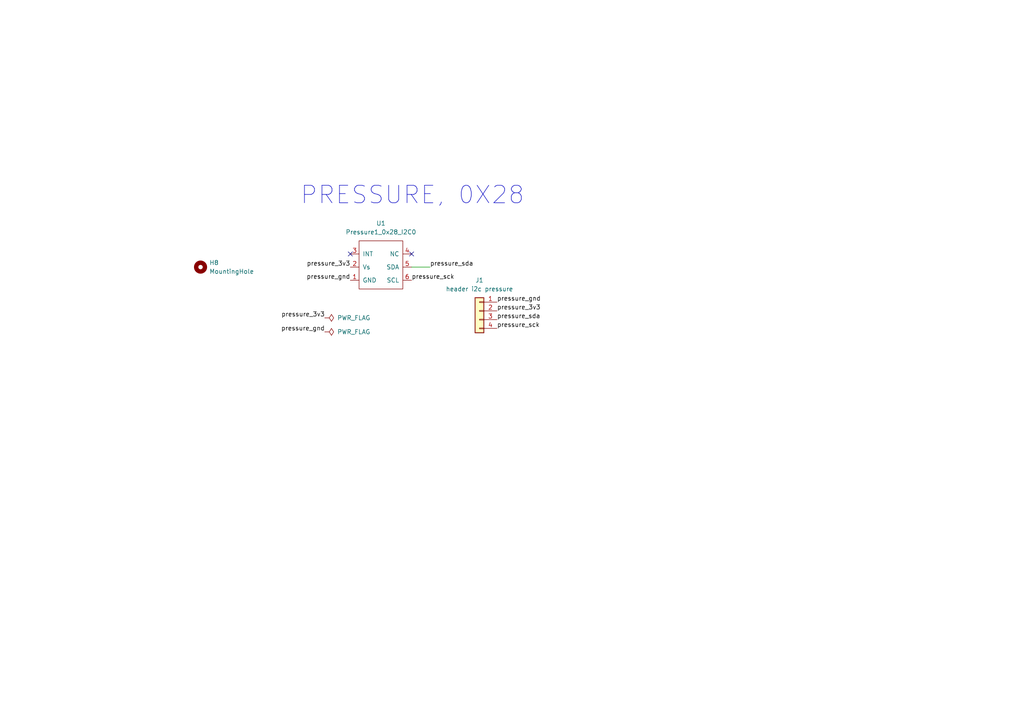
<source format=kicad_sch>
(kicad_sch (version 20211123) (generator eeschema)
  (paper "A4")
  (lib_symbols
    (symbol "Connector_Generic:Conn_01x04" (pin_names (offset 1.016) hide)
      (property "Reference" "J" (at 0 5.08 0))
      (property "Value" "Conn_01x04" (at 0 -7.62 0))
      (symbol "Conn_01x04_1_1"
        (rectangle (start -1.27 -4.953) (end 0 -5.207) (stroke (width 0.1524)))
        (rectangle (start -1.27 -2.413) (end 0 -2.667) (stroke (width 0.1524)))
        (rectangle (start -1.27 0.127) (end 0 -0.127) (stroke (width 0.1524)))
        (rectangle (start -1.27 2.667) (end 0 2.413) (stroke (width 0.1524)))
        (rectangle (start -1.27 3.81) (end 1.27 -6.35) (stroke (width 0.254)) (fill (type background)))
        (pin passive line (at -5.08 2.54 0) (length 3.81) (name "Pin_1") (number "1"))
        (pin passive line (at -5.08 0 0) (length 3.81) (name "Pin_2") (number "2"))
        (pin passive line (at -5.08 -2.54 0) (length 3.81) (name "Pin_3") (number "3"))
        (pin passive line (at -5.08 -5.08 0) (length 3.81) (name "Pin_4") (number "4"))
      )
    )
    (symbol "Mechanical:MountingHole" (pin_names (offset 1.016))
      (property "Reference" "H" (at 0 5.08 0))
      (property "Value" "MountingHole" (at 0 3.175 0))
      (symbol "MountingHole_0_1"
        (circle (center 0 0) (radius 1.27) (stroke (width 1.27)))
      )
    )
    (symbol "clarinoidSymbols:HoneywellABPMAND001PG2A3" (pin_names (offset 1.016))
      (property "Reference" "U" (at 2.54 -7.62 0))
      (property "Value" "HoneywellABPMAND001PG2A3" (at 0 8.89 0))
      (symbol "HoneywellABPMAND001PG2A3_0_1"
        (rectangle (start -6.35 7.62) (end 6.35 -6.35))
      )
      (symbol "HoneywellABPMAND001PG2A3_1_1"
        (pin power_in line (at -8.89 -3.81 0) (length 2.54) (name "GND") (number "1"))
        (pin power_in line (at -8.89 0 0) (length 2.54) (name "Vs") (number "2"))
        (pin output line (at -8.89 3.81 0) (length 2.54) (name "INT") (number "3"))
        (pin output line (at 8.89 3.81 180) (length 2.54) (name "NC") (number "4"))
        (pin bidirectional line (at 8.89 0 180) (length 2.54) (name "SDA") (number "5"))
        (pin input line (at 8.89 -3.81 180) (length 2.54) (name "SCL") (number "6"))
      )
    )
    (symbol "power:PWR_FLAG" (power) (pin_numbers hide) (pin_names (offset 0) hide)
      (property "Value" "PWR_FLAG" (at 0 3.81 0))
      (symbol "PWR_FLAG_0_0"
        (pin power_out line (at 0 0 90) (length 0) (name "pwr") (number "1"))
      )
      (symbol "PWR_FLAG_0_1"
        (polyline (pts (xy 0 0) (xy 0 1.27) (xy -1.016 1.905) (xy 0 2.54) (xy 1.016 1.905) (xy 0 1.27)))
      )
    )
  )
  (no_connect (at 101.6 73.66))
  (no_connect (at 119.38 73.66))
  (wire (pts (xy 124.714 77.47) (xy 119.38 77.47)))
  (text "PRESSURE, 0X28" (at 86.995 59.69 0) (effects (font (size 5.08 5.08)) (justify left bottom)))
  (label "pressure_sck" (at 144.145 95.25 0))
  (label "pressure_sda" (at 144.145 92.71 0))
  (label "pressure_gnd" (at 94.234 96.266 180))
  (label "pressure_sda" (at 124.714 77.47 0))
  (label "pressure_sck" (at 119.38 81.28 0))
  (label "pressure_3v3" (at 101.6 77.47 180))
  (label "pressure_3v3" (at 94.234 92.202 180))
  (label "pressure_3v3" (at 144.145 90.17 0))
  (label "pressure_gnd" (at 144.145 87.63 0))
  (label "pressure_gnd" (at 101.6 81.28 180))
  (symbol (lib_id "Connector_Generic:Conn_01x04") (at 139.065 90.17 0) (mirror y) (unit 1)
    (property "Reference" "J1" (at 139.065 81.28 0))
    (property "Value" "header i2c pressure" (at 139.065 83.82 0))
    (property "Footprint" "Connector_PinHeader_2.00mm:PinHeader_1x04_P2.00mm_Vertical" (effects hide))
    (property "LCSC part number" "C2718488" (effects hide))
    (property "verif" "1" (effects hide))
  )
  (symbol (lib_id "clarinoidSymbols:HoneywellABPMAND001PG2A3") (at 110.49 77.47 0) (unit 1) (in_bom no)
    (property "Reference" "U1" (at 110.49 64.77 0))
    (property "Value" "Pressure1_0x28_I2C0" (at 110.49 67.31 0))
    (property "Footprint" "SamacSys_Parts:ABPMAND001PG2A3" (effects hide))
    (property "LCSC part number" "-" (effects hide))
    (property "verif" "1" (effects hide))
  )
  (symbol (lib_id "power:PWR_FLAG") (at 94.234 96.266 270) (unit 1)
    (property "Reference" "#FLG01" (effects hide))
    (property "Value" "PWR_FLAG" (at 97.79 96.2659 90) (effects (justify left)))
  )
  (symbol (lib_id "Mechanical:MountingHole") (at 58.166 77.47 0) (unit 1) (in_bom no)
    (property "Reference" "H8" (at 60.706 76.1999 0) (effects (justify left)))
    (property "Value" "MountingHole" (at 60.706 78.7399 0) (effects (justify left)))
    (property "Footprint" "clarinoid2:Wurth Elektronik Reverse SMD Spacer M3" (effects hide))
    (property "MANUFACTURER" "Wurth" (effects hide))
    (property "LCSC part number" "-" (effects hide))
    (property "verif" "1" (effects hide))
  )
  (symbol (lib_id "power:PWR_FLAG") (at 94.234 92.202 270) (unit 1)
    (property "Reference" "#FLG0101" (effects hide))
    (property "Value" "PWR_FLAG" (at 97.79 92.2019 90) (effects (justify left)))
  )
)
</source>
